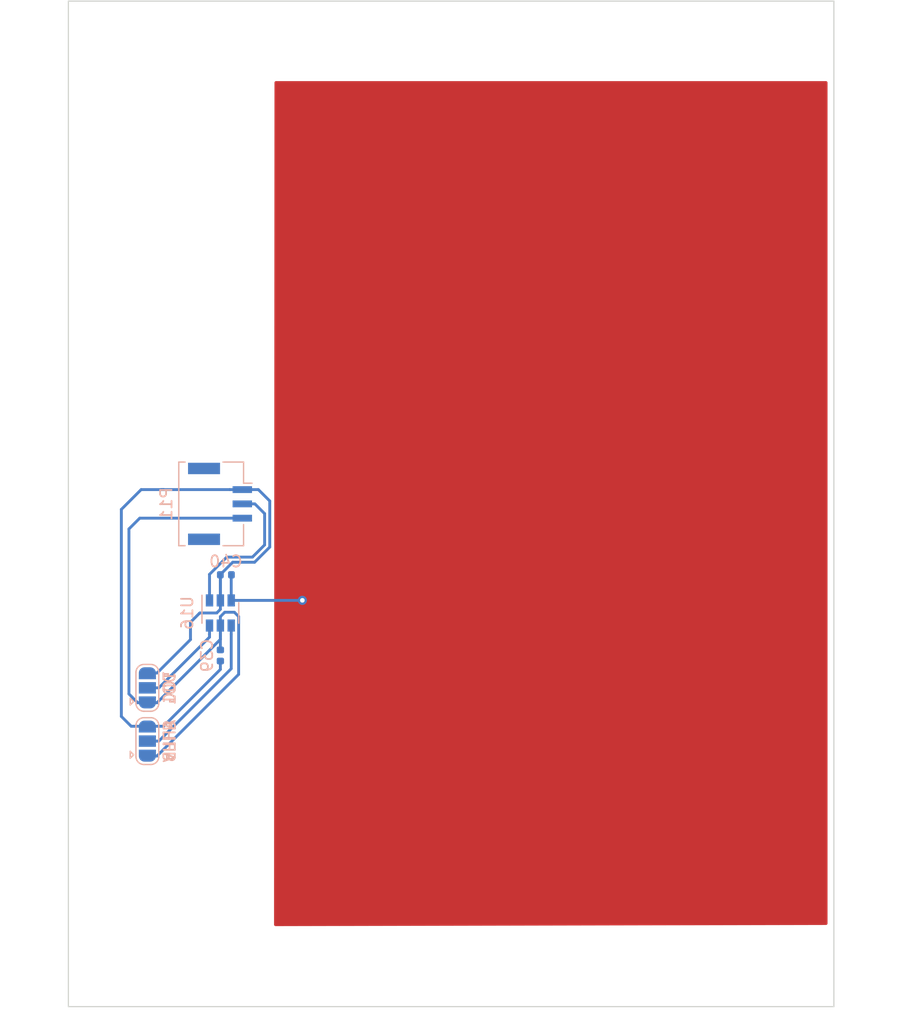
<source format=kicad_pcb>
(kicad_pcb (version 20171130) (host pcbnew "(5.0.0)")

  (general
    (thickness 1.6)
    (drawings 8)
    (tracks 63)
    (zones 0)
    (modules 10)
    (nets 7)
  )

  (page A4)
  (layers
    (0 F.Cu signal)
    (31 B.Cu signal)
    (32 B.Adhes user)
    (33 F.Adhes user)
    (34 B.Paste user)
    (35 F.Paste user)
    (36 B.SilkS user)
    (37 F.SilkS user)
    (38 B.Mask user)
    (39 F.Mask user)
    (40 Dwgs.User user)
    (41 Cmts.User user)
    (42 Eco1.User user)
    (43 Eco2.User user)
    (44 Edge.Cuts user)
    (45 Margin user)
    (46 B.CrtYd user)
    (47 F.CrtYd user)
    (48 B.Fab user)
    (49 F.Fab user)
  )

  (setup
    (last_trace_width 0.25)
    (trace_clearance 0.2)
    (zone_clearance 0.508)
    (zone_45_only no)
    (trace_min 0.2)
    (segment_width 0.2)
    (edge_width 0.1)
    (via_size 0.8)
    (via_drill 0.4)
    (via_min_size 0.4)
    (via_min_drill 0.3)
    (uvia_size 0.3)
    (uvia_drill 0.1)
    (uvias_allowed no)
    (uvia_min_size 0.2)
    (uvia_min_drill 0.1)
    (pcb_text_width 0.3)
    (pcb_text_size 1.5 1.5)
    (mod_edge_width 0.15)
    (mod_text_size 1 1)
    (mod_text_width 0.15)
    (pad_size 1.5 1.5)
    (pad_drill 0.6)
    (pad_to_mask_clearance 0)
    (aux_axis_origin 0 0)
    (visible_elements 7FFFFFFF)
    (pcbplotparams
      (layerselection 0x010f0_ffffffff)
      (usegerberextensions false)
      (usegerberattributes false)
      (usegerberadvancedattributes false)
      (creategerberjobfile false)
      (excludeedgelayer true)
      (linewidth 0.100000)
      (plotframeref false)
      (viasonmask false)
      (mode 1)
      (useauxorigin false)
      (hpglpennumber 1)
      (hpglpenspeed 20)
      (hpglpendiameter 15.000000)
      (psnegative false)
      (psa4output false)
      (plotreference true)
      (plotvalue false)
      (plotinvisibletext false)
      (padsonsilk true)
      (subtractmaskfromsilk false)
      (outputformat 1)
      (mirror false)
      (drillshape 0)
      (scaleselection 1)
      (outputdirectory "Gerber/"))
  )

  (net 0 "")
  (net 1 GND)
  (net 2 +3V3)
  (net 3 PAD)
  (net 4 "Net-(JP2-Pad2)")
  (net 5 "Net-(JP3-Pad2)")
  (net 6 OUTPUT)

  (net_class Default "To jest domyślna klasa połączeń."
    (clearance 0.2)
    (trace_width 0.25)
    (via_dia 0.8)
    (via_drill 0.4)
    (uvia_dia 0.3)
    (uvia_drill 0.1)
    (add_net +3V3)
    (add_net GND)
    (add_net "Net-(JP2-Pad2)")
    (add_net "Net-(JP3-Pad2)")
    (add_net OUTPUT)
    (add_net PAD)
  )

  (module Jumper:SolderJumper-3_P1.3mm_Open_RoundedPad1.0x1.5mm (layer B.Cu) (tedit 5EA47894) (tstamp 5EA4D52E)
    (at 66.9163 115.1001 90)
    (descr "SMD Solder 3-pad Jumper, 1x1.5mm rounded Pads, 0.3mm gap, open")
    (tags "solder jumper open")
    (path /5EA45859/5EA45CC4)
    (attr virtual)
    (fp_text reference TOG (at 0 1.8542 270 unlocked) (layer B.SilkS)
      (effects (font (size 1 1) (thickness 0.15)) (justify mirror))
    )
    (fp_text value TOG (at 0 1.9431 270) (layer B.SilkS)
      (effects (font (size 1 1) (thickness 0.15)) (justify mirror))
    )
    (fp_line (start -1.2 -1.2) (end -0.9 -1.5) (layer B.SilkS) (width 0.12))
    (fp_line (start -1.5 -1.5) (end -0.9 -1.5) (layer B.SilkS) (width 0.12))
    (fp_line (start -1.2 -1.2) (end -1.5 -1.5) (layer B.SilkS) (width 0.12))
    (fp_line (start -2.05 -0.3) (end -2.05 0.3) (layer B.SilkS) (width 0.12))
    (fp_line (start 1.4 -1) (end -1.4 -1) (layer B.SilkS) (width 0.12))
    (fp_line (start 2.05 0.3) (end 2.05 -0.3) (layer B.SilkS) (width 0.12))
    (fp_line (start -1.4 1) (end 1.4 1) (layer B.SilkS) (width 0.12))
    (fp_line (start -2.3 1.25) (end 2.3 1.25) (layer B.CrtYd) (width 0.05))
    (fp_line (start -2.3 1.25) (end -2.3 -1.25) (layer B.CrtYd) (width 0.05))
    (fp_line (start 2.3 -1.25) (end 2.3 1.25) (layer B.CrtYd) (width 0.05))
    (fp_line (start 2.3 -1.25) (end -2.3 -1.25) (layer B.CrtYd) (width 0.05))
    (fp_arc (start 1.35 0.3) (end 2.05 0.3) (angle 90) (layer B.SilkS) (width 0.12))
    (fp_arc (start 1.35 -0.3) (end 1.35 -1) (angle 90) (layer B.SilkS) (width 0.12))
    (fp_arc (start -1.35 -0.3) (end -2.05 -0.3) (angle 90) (layer B.SilkS) (width 0.12))
    (fp_arc (start -1.35 0.3) (end -1.35 1) (angle 90) (layer B.SilkS) (width 0.12))
    (pad 1 smd custom (at -1.3 0 90) (size 1 0.5) (layers B.Cu B.Mask)
      (net 2 +3V3) (zone_connect 0)
      (options (clearance outline) (anchor rect))
      (primitives
        (gr_circle (center 0 -0.25) (end 0.5 -0.25) (width 0))
        (gr_circle (center 0 0.25) (end 0.5 0.25) (width 0))
        (gr_poly (pts
           (xy 0.55 0.75) (xy 0 0.75) (xy 0 -0.75) (xy 0.55 -0.75)) (width 0))
      ))
    (pad 3 smd custom (at 1.3 0 90) (size 1 0.5) (layers B.Cu B.Mask)
      (net 1 GND) (zone_connect 0)
      (options (clearance outline) (anchor rect))
      (primitives
        (gr_circle (center 0 -0.25) (end 0.5 -0.25) (width 0))
        (gr_circle (center 0 0.25) (end 0.5 0.25) (width 0))
        (gr_poly (pts
           (xy -0.55 0.75) (xy 0 0.75) (xy 0 -0.75) (xy -0.55 -0.75)) (width 0))
      ))
    (pad 2 smd rect (at 0 0 90) (size 1 1.5) (layers B.Cu B.Mask)
      (net 5 "Net-(JP3-Pad2)"))
  )

  (module Jumper:SolderJumper-3_P1.3mm_Open_RoundedPad1.0x1.5mm (layer B.Cu) (tedit 5EA478B5) (tstamp 5EA4D56D)
    (at 66.9163 119.761 90)
    (descr "SMD Solder 3-pad Jumper, 1x1.5mm rounded Pads, 0.3mm gap, open")
    (tags "solder jumper open")
    (path /5EA45859/5EA45C28)
    (attr virtual)
    (fp_text reference AHLB (at 0 1.8669 270 unlocked) (layer B.SilkS)
      (effects (font (size 1 1) (thickness 0.15)) (justify mirror))
    )
    (fp_text value AHLB (at 0 1.9431 270) (layer B.SilkS)
      (effects (font (size 1 1) (thickness 0.15)) (justify mirror))
    )
    (fp_arc (start -1.35 0.3) (end -1.35 1) (angle 90) (layer B.SilkS) (width 0.12))
    (fp_arc (start -1.35 -0.3) (end -2.05 -0.3) (angle 90) (layer B.SilkS) (width 0.12))
    (fp_arc (start 1.35 -0.3) (end 1.35 -1) (angle 90) (layer B.SilkS) (width 0.12))
    (fp_arc (start 1.35 0.3) (end 2.05 0.3) (angle 90) (layer B.SilkS) (width 0.12))
    (fp_line (start 2.3 -1.25) (end -2.3 -1.25) (layer B.CrtYd) (width 0.05))
    (fp_line (start 2.3 -1.25) (end 2.3 1.25) (layer B.CrtYd) (width 0.05))
    (fp_line (start -2.3 1.25) (end -2.3 -1.25) (layer B.CrtYd) (width 0.05))
    (fp_line (start -2.3 1.25) (end 2.3 1.25) (layer B.CrtYd) (width 0.05))
    (fp_line (start -1.4 1) (end 1.4 1) (layer B.SilkS) (width 0.12))
    (fp_line (start 2.05 0.3) (end 2.05 -0.3) (layer B.SilkS) (width 0.12))
    (fp_line (start 1.4 -1) (end -1.4 -1) (layer B.SilkS) (width 0.12))
    (fp_line (start -2.05 -0.3) (end -2.05 0.3) (layer B.SilkS) (width 0.12))
    (fp_line (start -1.2 -1.2) (end -1.5 -1.5) (layer B.SilkS) (width 0.12))
    (fp_line (start -1.5 -1.5) (end -0.9 -1.5) (layer B.SilkS) (width 0.12))
    (fp_line (start -1.2 -1.2) (end -0.9 -1.5) (layer B.SilkS) (width 0.12))
    (pad 2 smd rect (at 0 0 90) (size 1 1.5) (layers B.Cu B.Mask)
      (net 4 "Net-(JP2-Pad2)"))
    (pad 3 smd custom (at 1.3 0 90) (size 1 0.5) (layers B.Cu B.Mask)
      (net 1 GND) (zone_connect 0)
      (options (clearance outline) (anchor rect))
      (primitives
        (gr_circle (center 0 -0.25) (end 0.5 -0.25) (width 0))
        (gr_circle (center 0 0.25) (end 0.5 0.25) (width 0))
        (gr_poly (pts
           (xy -0.55 0.75) (xy 0 0.75) (xy 0 -0.75) (xy -0.55 -0.75)) (width 0))
      ))
    (pad 1 smd custom (at -1.3 0 90) (size 1 0.5) (layers B.Cu B.Mask)
      (net 2 +3V3) (zone_connect 0)
      (options (clearance outline) (anchor rect))
      (primitives
        (gr_circle (center 0 -0.25) (end 0.5 -0.25) (width 0))
        (gr_circle (center 0 0.25) (end 0.5 0.25) (width 0))
        (gr_poly (pts
           (xy 0.55 0.75) (xy 0 0.75) (xy 0 -0.75) (xy 0.55 -0.75)) (width 0))
      ))
  )

  (module MountingHole:MountingHole_3.2mm_M3 (layer F.Cu) (tedit 5EA4744E) (tstamp 5EB3E83D)
    (at 123.5 139.5)
    (descr "Mounting Hole 3.2mm, no annular, M3")
    (tags "mounting hole 3.2mm no annular m3")
    (attr virtual)
    (fp_text reference REF** (at 0 -4.2) (layer F.SilkS) hide
      (effects (font (size 1 1) (thickness 0.15)))
    )
    (fp_text value MountingHole_3.2mm_M3 (at 0 4.2) (layer F.Fab)
      (effects (font (size 1 1) (thickness 0.15)))
    )
    (fp_circle (center 0 0) (end 3.45 0) (layer F.CrtYd) (width 0.05))
    (fp_circle (center 0 0) (end 3.2 0) (layer Cmts.User) (width 0.15))
    (fp_text user %R (at 0.3 0) (layer F.Fab)
      (effects (font (size 1 1) (thickness 0.15)))
    )
    (pad 1 np_thru_hole circle (at 0 0) (size 3.2 3.2) (drill 3.2) (layers *.Cu *.Mask))
  )

  (module MountingHole:MountingHole_3.2mm_M3 (layer F.Cu) (tedit 5EA47452) (tstamp 5EB3E82F)
    (at 123.5 58.5)
    (descr "Mounting Hole 3.2mm, no annular, M3")
    (tags "mounting hole 3.2mm no annular m3")
    (attr virtual)
    (fp_text reference REF** (at 0 -4.2) (layer F.SilkS) hide
      (effects (font (size 1 1) (thickness 0.15)))
    )
    (fp_text value MountingHole_3.2mm_M3 (at 0 4.2) (layer F.Fab)
      (effects (font (size 1 1) (thickness 0.15)))
    )
    (fp_text user %R (at 0.3 0) (layer F.Fab)
      (effects (font (size 1 1) (thickness 0.15)))
    )
    (fp_circle (center 0 0) (end 3.2 0) (layer Cmts.User) (width 0.15))
    (fp_circle (center 0 0) (end 3.45 0) (layer F.CrtYd) (width 0.05))
    (pad 1 np_thru_hole circle (at 0 0) (size 3.2 3.2) (drill 3.2) (layers *.Cu *.Mask))
  )

  (module MountingHole:MountingHole_3.2mm_M3 (layer F.Cu) (tedit 5EA47449) (tstamp 5EB3E80C)
    (at 63.5 139.5)
    (descr "Mounting Hole 3.2mm, no annular, M3")
    (tags "mounting hole 3.2mm no annular m3")
    (attr virtual)
    (fp_text reference REF** (at 0 -4.2) (layer F.SilkS) hide
      (effects (font (size 1 1) (thickness 0.15)))
    )
    (fp_text value MountingHole_3.2mm_M3 (at 0 4.2) (layer F.Fab)
      (effects (font (size 1 1) (thickness 0.15)))
    )
    (fp_text user %R (at 0.3 0) (layer F.Fab)
      (effects (font (size 1 1) (thickness 0.15)))
    )
    (fp_circle (center 0 0) (end 3.2 0) (layer Cmts.User) (width 0.15))
    (fp_circle (center 0 0) (end 3.45 0) (layer F.CrtYd) (width 0.05))
    (pad 1 np_thru_hole circle (at 0 0) (size 3.2 3.2) (drill 3.2) (layers *.Cu *.Mask))
  )

  (module Capacitor_SMD:C_0402_1005Metric (layer B.Cu) (tedit 5EA471EF) (tstamp 5EB3EAEC)
    (at 73.3044 112.268 270)
    (descr "Capacitor SMD 0402 (1005 Metric), square (rectangular) end terminal, IPC_7351 nominal, (Body size source: http://www.tortai-tech.com/upload/download/2011102023233369053.pdf), generated with kicad-footprint-generator")
    (tags capacitor)
    (path /5EA45859/5EA80C7A)
    (attr smd)
    (fp_text reference C39 (at 0 1.17 270) (layer B.SilkS)
      (effects (font (size 1 1) (thickness 0.15)) (justify mirror))
    )
    (fp_text value 1u (at 0 -1.17 270) (layer B.Fab)
      (effects (font (size 1 1) (thickness 0.15)) (justify mirror))
    )
    (fp_text user %R (at 0 0 270) (layer B.Fab)
      (effects (font (size 0.25 0.25) (thickness 0.04)) (justify mirror))
    )
    (fp_line (start 0.93 -0.47) (end -0.93 -0.47) (layer B.CrtYd) (width 0.05))
    (fp_line (start 0.93 0.47) (end 0.93 -0.47) (layer B.CrtYd) (width 0.05))
    (fp_line (start -0.93 0.47) (end 0.93 0.47) (layer B.CrtYd) (width 0.05))
    (fp_line (start -0.93 -0.47) (end -0.93 0.47) (layer B.CrtYd) (width 0.05))
    (fp_line (start 0.5 -0.25) (end -0.5 -0.25) (layer B.Fab) (width 0.1))
    (fp_line (start 0.5 0.25) (end 0.5 -0.25) (layer B.Fab) (width 0.1))
    (fp_line (start -0.5 0.25) (end 0.5 0.25) (layer B.Fab) (width 0.1))
    (fp_line (start -0.5 -0.25) (end -0.5 0.25) (layer B.Fab) (width 0.1))
    (pad 2 smd roundrect (at 0.485 0 270) (size 0.59 0.64) (layers B.Cu B.Paste B.Mask) (roundrect_rratio 0.25)
      (net 1 GND))
    (pad 1 smd roundrect (at -0.485 0 270) (size 0.59 0.64) (layers B.Cu B.Paste B.Mask) (roundrect_rratio 0.25)
      (net 2 +3V3))
    (model ${KISYS3DMOD}/Capacitor_SMD.3dshapes/C_0402_1005Metric.wrl
      (at (xyz 0 0 0))
      (scale (xyz 1 1 1))
      (rotate (xyz 0 0 0))
    )
  )

  (module Capacitor_SMD:C_0402_1005Metric (layer B.Cu) (tedit 5B301BBE) (tstamp 5EA47F35)
    (at 73.787 105.2068 180)
    (descr "Capacitor SMD 0402 (1005 Metric), square (rectangular) end terminal, IPC_7351 nominal, (Body size source: http://www.tortai-tech.com/upload/download/2011102023233369053.pdf), generated with kicad-footprint-generator")
    (tags capacitor)
    (path /5EA45859/5EA801AB)
    (attr smd)
    (fp_text reference C40 (at 0 1.17 180) (layer B.SilkS)
      (effects (font (size 1 1) (thickness 0.15)) (justify mirror))
    )
    (fp_text value <50p (at 0 -1.17 180) (layer B.Fab)
      (effects (font (size 1 1) (thickness 0.15)) (justify mirror))
    )
    (fp_line (start -0.5 -0.25) (end -0.5 0.25) (layer B.Fab) (width 0.1))
    (fp_line (start -0.5 0.25) (end 0.5 0.25) (layer B.Fab) (width 0.1))
    (fp_line (start 0.5 0.25) (end 0.5 -0.25) (layer B.Fab) (width 0.1))
    (fp_line (start 0.5 -0.25) (end -0.5 -0.25) (layer B.Fab) (width 0.1))
    (fp_line (start -0.93 -0.47) (end -0.93 0.47) (layer B.CrtYd) (width 0.05))
    (fp_line (start -0.93 0.47) (end 0.93 0.47) (layer B.CrtYd) (width 0.05))
    (fp_line (start 0.93 0.47) (end 0.93 -0.47) (layer B.CrtYd) (width 0.05))
    (fp_line (start 0.93 -0.47) (end -0.93 -0.47) (layer B.CrtYd) (width 0.05))
    (fp_text user %R (at 0 0 180) (layer B.Fab)
      (effects (font (size 0.25 0.25) (thickness 0.04)) (justify mirror))
    )
    (pad 1 smd roundrect (at -0.485 0 180) (size 0.59 0.64) (layers B.Cu B.Paste B.Mask) (roundrect_rratio 0.25)
      (net 3 PAD))
    (pad 2 smd roundrect (at 0.485 0 180) (size 0.59 0.64) (layers B.Cu B.Paste B.Mask) (roundrect_rratio 0.25)
      (net 1 GND))
    (model ${KISYS3DMOD}/Capacitor_SMD.3dshapes/C_0402_1005Metric.wrl
      (at (xyz 0 0 0))
      (scale (xyz 1 1 1))
      (rotate (xyz 0 0 0))
    )
  )

  (module Connector_Molex:Molex_CLIK-Mate_502382-0370_1x03-1MP_P1.25mm_Vertical (layer B.Cu) (tedit 5AA46ED0) (tstamp 5EA4A28C)
    (at 73.275 99 270)
    (descr "Molex CLIK-Mate series connector, 502382-0370 (http://www.molex.com/pdm_docs/sd/5023820270_sd.pdf), generated with kicad-footprint-generator")
    (tags "connector Molex CLIK-Mate side entry")
    (path /5EA45859/5EA7F779)
    (attr smd)
    (fp_text reference P11 (at 0 4.7 270) (layer B.SilkS)
      (effects (font (size 1 1) (thickness 0.15)) (justify mirror))
    )
    (fp_text value CONN_01X03 (at 0 -4 270) (layer B.Fab)
      (effects (font (size 1 1) (thickness 0.15)) (justify mirror))
    )
    (fp_line (start -3.55 -1.95) (end 3.55 -1.95) (layer B.Fab) (width 0.1))
    (fp_line (start -3.66 -0.26) (end -3.66 -2.06) (layer B.SilkS) (width 0.12))
    (fp_line (start -3.66 -2.06) (end -1.81 -2.06) (layer B.SilkS) (width 0.12))
    (fp_line (start -1.81 -2.06) (end -1.81 -2.8) (layer B.SilkS) (width 0.12))
    (fp_line (start 3.66 -0.26) (end 3.66 -2.06) (layer B.SilkS) (width 0.12))
    (fp_line (start 3.66 -2.06) (end 1.81 -2.06) (layer B.SilkS) (width 0.12))
    (fp_line (start -3.66 3.06) (end -3.66 3.61) (layer B.SilkS) (width 0.12))
    (fp_line (start -3.66 3.61) (end 3.66 3.61) (layer B.SilkS) (width 0.12))
    (fp_line (start 3.66 3.61) (end 3.66 3.06) (layer B.SilkS) (width 0.12))
    (fp_line (start -3.55 3.5) (end 3.55 3.5) (layer B.Fab) (width 0.1))
    (fp_line (start -3.55 -1.95) (end -3.55 3.5) (layer B.Fab) (width 0.1))
    (fp_line (start 3.55 -1.95) (end 3.55 3.5) (layer B.Fab) (width 0.1))
    (fp_line (start -4.1 4) (end -4.1 -3.3) (layer B.CrtYd) (width 0.05))
    (fp_line (start -4.1 -3.3) (end 4.1 -3.3) (layer B.CrtYd) (width 0.05))
    (fp_line (start 4.1 -3.3) (end 4.1 4) (layer B.CrtYd) (width 0.05))
    (fp_line (start 4.1 4) (end -4.1 4) (layer B.CrtYd) (width 0.05))
    (fp_line (start -1.75 -1.95) (end -1.25 -1.242893) (layer B.Fab) (width 0.1))
    (fp_line (start -1.25 -1.242893) (end -0.75 -1.95) (layer B.Fab) (width 0.1))
    (fp_text user %R (at 0 0.77 270) (layer B.Fab)
      (effects (font (size 1 1) (thickness 0.15)) (justify mirror))
    )
    (pad 1 smd rect (at -1.25 -1.95 270) (size 0.6 1.7) (layers B.Cu B.Paste B.Mask)
      (net 1 GND))
    (pad 2 smd rect (at 0 -1.95 270) (size 0.6 1.7) (layers B.Cu B.Paste B.Mask)
      (net 6 OUTPUT))
    (pad 3 smd rect (at 1.25 -1.95 270) (size 0.6 1.7) (layers B.Cu B.Paste B.Mask)
      (net 2 +3V3))
    (pad MP smd rect (at -3.1 1.4 270) (size 1 2.8) (layers B.Cu B.Paste B.Mask))
    (pad MP smd rect (at 3.1 1.4 270) (size 1 2.8) (layers B.Cu B.Paste B.Mask))
    (model ${KISYS3DMOD}/Connector_Molex.3dshapes/Molex_CLIK-Mate_502382-0370_1x03-1MP_P1.25mm_Vertical.wrl
      (at (xyz 0 0 0))
      (scale (xyz 1 1 1))
      (rotate (xyz 0 0 0))
    )
  )

  (module Package_TO_SOT_SMD:SOT-23-6 (layer B.Cu) (tedit 5EA471E2) (tstamp 5EA489BF)
    (at 73.3044 108.5469 270)
    (descr "6-pin SOT-23 package")
    (tags SOT-23-6)
    (path /5EA45859/5EA458A5)
    (attr smd)
    (fp_text reference U16 (at 0 2.9 270) (layer B.SilkS)
      (effects (font (size 1 1) (thickness 0.15)) (justify mirror))
    )
    (fp_text value TTP223 (at 0 -2.9 270) (layer B.Fab)
      (effects (font (size 1 1) (thickness 0.15)) (justify mirror))
    )
    (fp_text user %R (at 0 0 180) (layer B.Fab)
      (effects (font (size 0.5 0.5) (thickness 0.075)) (justify mirror))
    )
    (fp_line (start -0.9 -1.61) (end 0.9 -1.61) (layer B.SilkS) (width 0.12))
    (fp_line (start 0.9 1.61) (end -1.55 1.61) (layer B.SilkS) (width 0.12))
    (fp_line (start 1.9 1.8) (end -1.9 1.8) (layer B.CrtYd) (width 0.05))
    (fp_line (start 1.9 -1.8) (end 1.9 1.8) (layer B.CrtYd) (width 0.05))
    (fp_line (start -1.9 -1.8) (end 1.9 -1.8) (layer B.CrtYd) (width 0.05))
    (fp_line (start -1.9 1.8) (end -1.9 -1.8) (layer B.CrtYd) (width 0.05))
    (fp_line (start -0.9 0.9) (end -0.25 1.55) (layer B.Fab) (width 0.1))
    (fp_line (start 0.9 1.55) (end -0.25 1.55) (layer B.Fab) (width 0.1))
    (fp_line (start -0.9 0.9) (end -0.9 -1.55) (layer B.Fab) (width 0.1))
    (fp_line (start 0.9 -1.55) (end -0.9 -1.55) (layer B.Fab) (width 0.1))
    (fp_line (start 0.9 1.55) (end 0.9 -1.55) (layer B.Fab) (width 0.1))
    (pad 1 smd rect (at -1.1 0.95 270) (size 1.06 0.65) (layers B.Cu B.Paste B.Mask)
      (net 6 OUTPUT))
    (pad 2 smd rect (at -1.1 0 270) (size 1.06 0.65) (layers B.Cu B.Paste B.Mask)
      (net 1 GND))
    (pad 3 smd rect (at -1.1 -0.95 270) (size 1.06 0.65) (layers B.Cu B.Paste B.Mask)
      (net 3 PAD))
    (pad 4 smd rect (at 1.1 -0.95 270) (size 1.06 0.65) (layers B.Cu B.Paste B.Mask)
      (net 4 "Net-(JP2-Pad2)"))
    (pad 6 smd rect (at 1.1 0.95 270) (size 1.06 0.65) (layers B.Cu B.Paste B.Mask)
      (net 5 "Net-(JP3-Pad2)"))
    (pad 5 smd rect (at 1.1 0 270) (size 1.06 0.65) (layers B.Cu B.Paste B.Mask)
      (net 2 +3V3))
    (model ${KISYS3DMOD}/Package_TO_SOT_SMD.3dshapes/SOT-23-6.wrl
      (at (xyz 0 0 0))
      (scale (xyz 1 1 1))
      (rotate (xyz 0 0 0))
    )
  )

  (module MountingHole:MountingHole_3.2mm_M3 (layer F.Cu) (tedit 5EA47458) (tstamp 5EB3E7F4)
    (at 63.5 58.5)
    (descr "Mounting Hole 3.2mm, no annular, M3")
    (tags "mounting hole 3.2mm no annular m3")
    (attr virtual)
    (fp_text reference REF** (at 0 -4.2) (layer F.SilkS) hide
      (effects (font (size 1 1) (thickness 0.15)))
    )
    (fp_text value MountingHole_3.2mm_M3 (at 0 4.2) (layer F.Fab)
      (effects (font (size 1 1) (thickness 0.15)))
    )
    (fp_circle (center 0 0) (end 3.45 0) (layer F.CrtYd) (width 0.05))
    (fp_circle (center 0 0) (end 3.2 0) (layer Cmts.User) (width 0.15))
    (fp_text user %R (at 0.3 0) (layer F.Fab)
      (effects (font (size 1 1) (thickness 0.15)))
    )
    (pad 1 np_thru_hole circle (at 0 0) (size 3.2 3.2) (drill 3.2) (layers *.Cu *.Mask))
  )

  (gr_line (start 60 143) (end 60 55) (layer Margin) (width 0.2))
  (gr_line (start 127 143) (end 60 143) (layer Margin) (width 0.2))
  (gr_line (start 127 55) (end 127 143) (layer Margin) (width 0.2))
  (gr_line (start 60 55) (end 127 55) (layer Margin) (width 0.2))
  (gr_line (start 60 143) (end 127 143) (layer Edge.Cuts) (width 0.1))
  (gr_line (start 127 55) (end 127 143) (layer Edge.Cuts) (width 0.1) (tstamp 5EA46EDB))
  (gr_line (start 60 55) (end 60 143) (layer Edge.Cuts) (width 0.1))
  (gr_line (start 60 55) (end 127 55) (layer Edge.Cuts) (width 0.1))

  (segment (start 73.3044 105.2092) (end 73.302 105.2068) (width 0.25) (layer B.Cu) (net 1))
  (segment (start 73.3044 107.4469) (end 73.3044 105.2092) (width 0.25) (layer B.Cu) (net 1))
  (segment (start 73.3044 113.4872) (end 73.3044 112.753) (width 0.25) (layer B.Cu) (net 1))
  (segment (start 68.3306 118.461) (end 73.3044 113.4872) (width 0.25) (layer B.Cu) (net 1))
  (segment (start 66.9163 118.461) (end 68.3306 118.461) (width 0.25) (layer B.Cu) (net 1))
  (segment (start 67.763892 113.8001) (end 70.6882 110.875792) (width 0.25) (layer B.Cu) (net 1))
  (segment (start 66.9163 113.8001) (end 67.763892 113.8001) (width 0.25) (layer B.Cu) (net 1))
  (segment (start 70.6882 110.875792) (end 70.6882 109.3597) (width 0.25) (layer B.Cu) (net 1))
  (segment (start 70.6882 109.3597) (end 71.501 108.5469) (width 0.25) (layer B.Cu) (net 1))
  (segment (start 73.3044 108.2269) (end 73.3044 107.4469) (width 0.25) (layer B.Cu) (net 1))
  (segment (start 72.9844 108.5469) (end 73.3044 108.2269) (width 0.25) (layer B.Cu) (net 1))
  (segment (start 71.501 108.5469) (end 72.9844 108.5469) (width 0.25) (layer B.Cu) (net 1))
  (segment (start 74.125 97.75) (end 75.225 97.75) (width 0.25) (layer B.Cu) (net 1))
  (segment (start 66.3721 97.75) (end 68.3387 97.75) (width 0.25) (layer B.Cu) (net 1))
  (segment (start 68.3387 97.75) (end 74.125 97.75) (width 0.25) (layer B.Cu) (net 1))
  (segment (start 68.11059 97.75) (end 68.3387 97.75) (width 0.25) (layer B.Cu) (net 1))
  (segment (start 66.9163 118.461) (end 65.4974 118.461) (width 0.25) (layer B.Cu) (net 1))
  (segment (start 65.4974 118.461) (end 64.6384 117.602) (width 0.25) (layer B.Cu) (net 1))
  (segment (start 64.6384 117.602) (end 64.6384 99.4837) (width 0.25) (layer B.Cu) (net 1))
  (segment (start 64.6384 99.4837) (end 66.3721 97.75) (width 0.25) (layer B.Cu) (net 1))
  (segment (start 73.3044 105.186168) (end 73.3044 107.4469) (width 0.25) (layer B.Cu) (net 1))
  (segment (start 76.6299 97.75) (end 77.627909 98.748009) (width 0.25) (layer B.Cu) (net 1))
  (segment (start 75.225 97.75) (end 76.6299 97.75) (width 0.25) (layer B.Cu) (net 1))
  (segment (start 77.62791 102.777) (end 76.297501 104.107409) (width 0.25) (layer B.Cu) (net 1))
  (segment (start 76.297501 104.107409) (end 74.383158 104.10741) (width 0.25) (layer B.Cu) (net 1))
  (segment (start 77.627909 98.748009) (end 77.62791 102.777) (width 0.25) (layer B.Cu) (net 1))
  (segment (start 74.383158 104.10741) (end 73.3044 105.186168) (width 0.25) (layer B.Cu) (net 1))
  (segment (start 73.3044 109.6469) (end 73.3044 111.783) (width 0.25) (layer B.Cu) (net 2))
  (segment (start 67.763892 116.4001) (end 66.9163 116.4001) (width 0.25) (layer B.Cu) (net 2))
  (segment (start 73.3044 110.859592) (end 67.763892 116.4001) (width 0.25) (layer B.Cu) (net 2))
  (segment (start 73.3044 109.6469) (end 73.3044 110.859592) (width 0.25) (layer B.Cu) (net 2))
  (segment (start 73.3044 108.8669) (end 73.3044 109.6469) (width 0.25) (layer B.Cu) (net 2))
  (segment (start 74.904401 113.920491) (end 74.904401 108.856899) (width 0.25) (layer B.Cu) (net 2))
  (segment (start 67.763892 121.061) (end 74.904401 113.920491) (width 0.25) (layer B.Cu) (net 2))
  (segment (start 66.9163 121.061) (end 67.763892 121.061) (width 0.25) (layer B.Cu) (net 2))
  (segment (start 73.3044 108.8669) (end 73.6879 108.4834) (width 0.25) (layer B.Cu) (net 2))
  (segment (start 74.530902 108.4834) (end 74.904401 108.856899) (width 0.25) (layer B.Cu) (net 2))
  (segment (start 73.6879 108.4834) (end 74.530902 108.4834) (width 0.25) (layer B.Cu) (net 2))
  (segment (start 66.068708 116.4001) (end 65.3034 115.634792) (width 0.25) (layer B.Cu) (net 2))
  (segment (start 66.9163 116.4001) (end 66.068708 116.4001) (width 0.25) (layer B.Cu) (net 2))
  (segment (start 65.3034 115.634792) (end 65.3034 101.1936) (width 0.25) (layer B.Cu) (net 2))
  (segment (start 66.247 100.25) (end 75.225 100.25) (width 0.25) (layer B.Cu) (net 2))
  (segment (start 65.3034 101.1936) (end 66.247 100.25) (width 0.25) (layer B.Cu) (net 2))
  (via (at 80.4799 107.442) (size 0.8) (drill 0.4) (layers F.Cu B.Cu) (net 3))
  (segment (start 74.2544 107.4469) (end 80.475 107.4469) (width 0.25) (layer B.Cu) (net 3))
  (segment (start 80.475 107.4469) (end 80.4799 107.442) (width 0.25) (layer B.Cu) (net 3))
  (segment (start 74.2544 105.2244) (end 74.272 105.2068) (width 0.25) (layer B.Cu) (net 3))
  (segment (start 74.2544 107.4469) (end 74.2544 105.2244) (width 0.25) (layer B.Cu) (net 3))
  (segment (start 74.2544 110.4269) (end 74.2544 109.6469) (width 0.25) (layer B.Cu) (net 4))
  (segment (start 74.2544 113.4229) (end 74.2544 110.4269) (width 0.25) (layer B.Cu) (net 4))
  (segment (start 67.9163 119.761) (end 74.2544 113.4229) (width 0.25) (layer B.Cu) (net 4))
  (segment (start 66.9163 119.761) (end 67.9163 119.761) (width 0.25) (layer B.Cu) (net 4))
  (segment (start 72.3544 110.4269) (end 72.3544 109.6469) (width 0.25) (layer B.Cu) (net 5))
  (segment (start 72.3544 110.662) (end 72.3544 110.4269) (width 0.25) (layer B.Cu) (net 5))
  (segment (start 67.9163 115.1001) (end 72.3544 110.662) (width 0.25) (layer B.Cu) (net 5))
  (segment (start 66.9163 115.1001) (end 67.9163 115.1001) (width 0.25) (layer B.Cu) (net 5))
  (segment (start 72.3544 105.166168) (end 72.3544 107.4469) (width 0.25) (layer B.Cu) (net 6))
  (segment (start 76.325 99) (end 77.1779 99.8529) (width 0.25) (layer B.Cu) (net 6))
  (segment (start 75.225 99) (end 76.325 99) (width 0.25) (layer B.Cu) (net 6))
  (segment (start 77.1779 99.8529) (end 77.1779 102.5906) (width 0.25) (layer B.Cu) (net 6))
  (segment (start 77.1779 102.5906) (end 76.1111 103.6574) (width 0.25) (layer B.Cu) (net 6))
  (segment (start 76.1111 103.6574) (end 73.863168 103.6574) (width 0.25) (layer B.Cu) (net 6))
  (segment (start 73.863168 103.6574) (end 72.3544 105.166168) (width 0.25) (layer B.Cu) (net 6))

  (zone (net 3) (net_name PAD) (layer F.Cu) (tstamp 5EB3EF56) (hatch edge 0.508)
    (connect_pads (clearance 0.508))
    (min_thickness 0.254)
    (fill yes (arc_segments 16) (thermal_gap 0.508) (thermal_bridge_width 0.508))
    (polygon
      (pts
        (xy 127 62.0014) (xy 78.0415 62.0014) (xy 78.0034 135.9535) (xy 126.9746 135.8519)
      )
    )
    (filled_polygon
      (pts
        (xy 126.315001 135.726268) (xy 78.130466 135.826236) (xy 78.168435 62.1284) (xy 126.315 62.1284)
      )
    )
  )
)

</source>
